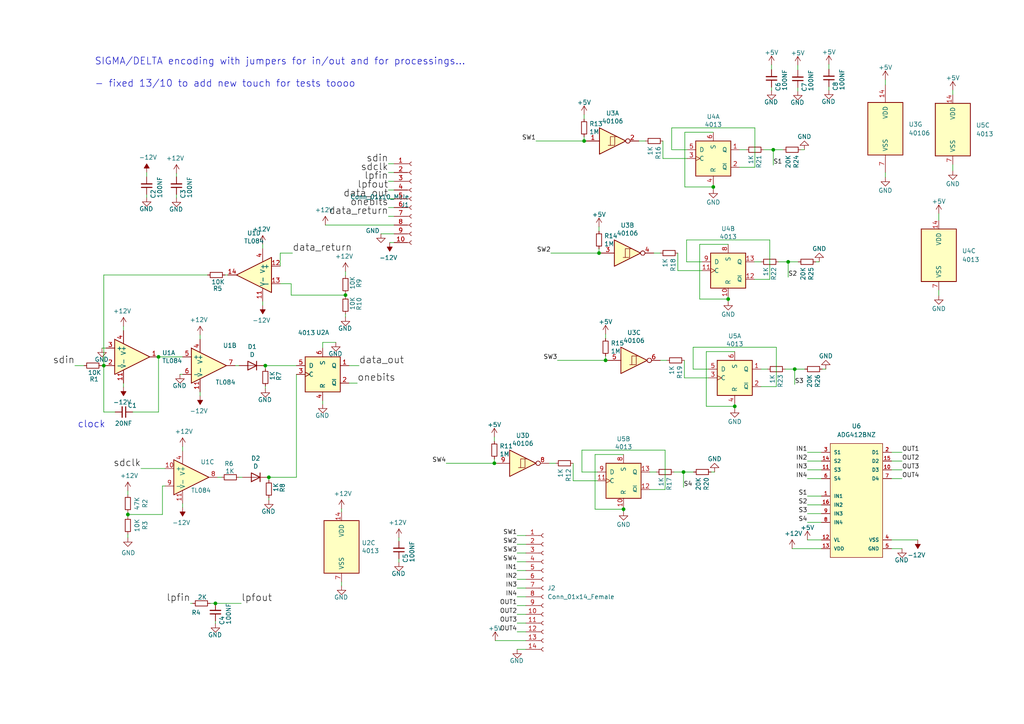
<source format=kicad_sch>
(kicad_sch (version 20211123) (generator eeschema)
  (paper "A4")
  (lib_symbols
    (symbol "4xxx:40106" (pin_names (offset 1.016))
      (property "Reference" "U" (at 0 1.27 0))
      (property "Value" "40106" (at 0 -1.27 0))
      (symbol "40106_1_0"
        (pin input line (at -7.62 0 0) (length 3.81) (name "~") (number "1"))
        (pin output inverted (at 7.62 0 180) (length 3.81) (name "~") (number "2"))
      )
      (symbol "40106_2_0"
        (pin input line (at -7.62 0 0) (length 3.81) (name "~") (number "3"))
        (pin output inverted (at 7.62 0 180) (length 3.81) (name "~") (number "4"))
      )
      (symbol "40106_3_0"
        (pin input line (at -7.62 0 0) (length 3.81) (name "~") (number "5"))
        (pin output inverted (at 7.62 0 180) (length 3.81) (name "~") (number "6"))
      )
      (symbol "40106_4_0"
        (pin output inverted (at 7.62 0 180) (length 3.81) (name "~") (number "8"))
        (pin input line (at -7.62 0 0) (length 3.81) (name "~") (number "9"))
      )
      (symbol "40106_5_0"
        (pin output inverted (at 7.62 0 180) (length 3.81) (name "~") (number "10"))
        (pin input line (at -7.62 0 0) (length 3.81) (name "~") (number "11"))
      )
      (symbol "40106_6_0"
        (pin output inverted (at 7.62 0 180) (length 3.81) (name "~") (number "12"))
        (pin input line (at -7.62 0 0) (length 3.81) (name "~") (number "13"))
      )
      (symbol "40106_7_0"
        (pin power_in line (at 0 12.7 270) (length 5.08) (name "VDD") (number "14"))
        (pin power_in line (at 0 -12.7 90) (length 5.08) (name "VSS") (number "7"))
      )
    )
    (symbol "4xxx:4013" (pin_names (offset 1.016))
      (property "Reference" "U" (at -7.62 8.89 0))
      (property "Value" "4013" (at -7.62 -8.89 0))
      (symbol "4013_1_1"
        (pin output line (at 7.62 2.54 180) (length 2.54) (name "Q") (number "1"))
        (pin output line (at 7.62 -2.54 180) (length 2.54) (name "~{Q}") (number "2"))
        (pin input clock (at -7.62 0 0) (length 2.54) (name "C") (number "3"))
        (pin input line (at 0 -7.62 90) (length 2.54) (name "R") (number "4"))
        (pin input line (at -7.62 2.54 0) (length 2.54) (name "D") (number "5"))
        (pin input line (at 0 7.62 270) (length 2.54) (name "S") (number "6"))
      )
      (symbol "4013_2_1"
        (pin input line (at 0 -7.62 90) (length 2.54) (name "R") (number "10"))
        (pin input clock (at -7.62 0 0) (length 2.54) (name "C") (number "11"))
        (pin output line (at 7.62 -2.54 180) (length 2.54) (name "~{Q}") (number "12"))
        (pin output line (at 7.62 2.54 180) (length 2.54) (name "Q") (number "13"))
        (pin input line (at 0 7.62 270) (length 2.54) (name "S") (number "8"))
        (pin input line (at -7.62 2.54 0) (length 2.54) (name "D") (number "9"))
      )
      (symbol "4013_3_0"
        (pin power_in line (at 0 10.16 270) (length 2.54) (name "VDD") (number "14"))
        (pin power_in line (at 0 -10.16 90) (length 2.54) (name "VSS") (number "7"))
      )
    )
    (symbol "Connector:Conn_01x10_Female" (pin_names (offset 1.016) hide)
      (property "Reference" "J" (at 0 12.7 0))
      (property "Value" "Conn_01x10_Female" (at 0 -15.24 0))
      (symbol "Conn_01x10_Female_1_1"
        (pin passive line (at -5.08 10.16 0) (length 3.81) (name "Pin_1") (number "1"))
        (pin passive line (at -5.08 -12.7 0) (length 3.81) (name "Pin_10") (number "10"))
        (pin passive line (at -5.08 7.62 0) (length 3.81) (name "Pin_2") (number "2"))
        (pin passive line (at -5.08 5.08 0) (length 3.81) (name "Pin_3") (number "3"))
        (pin passive line (at -5.08 2.54 0) (length 3.81) (name "Pin_4") (number "4"))
        (pin passive line (at -5.08 0 0) (length 3.81) (name "Pin_5") (number "5"))
        (pin passive line (at -5.08 -2.54 0) (length 3.81) (name "Pin_6") (number "6"))
        (pin passive line (at -5.08 -5.08 0) (length 3.81) (name "Pin_7") (number "7"))
        (pin passive line (at -5.08 -7.62 0) (length 3.81) (name "Pin_8") (number "8"))
        (pin passive line (at -5.08 -10.16 0) (length 3.81) (name "Pin_9") (number "9"))
      )
    )
    (symbol "Connector:Conn_01x14_Female" (pin_names (offset 1.016) hide)
      (property "Reference" "J" (at 0 17.78 0))
      (property "Value" "Conn_01x14_Female" (at 0 -20.32 0))
      (symbol "Conn_01x14_Female_1_1"
        (pin passive line (at -5.08 15.24 0) (length 3.81) (name "Pin_1") (number "1"))
        (pin passive line (at -5.08 -7.62 0) (length 3.81) (name "Pin_10") (number "10"))
        (pin passive line (at -5.08 -10.16 0) (length 3.81) (name "Pin_11") (number "11"))
        (pin passive line (at -5.08 -12.7 0) (length 3.81) (name "Pin_12") (number "12"))
        (pin passive line (at -5.08 -15.24 0) (length 3.81) (name "Pin_13") (number "13"))
        (pin passive line (at -5.08 -17.78 0) (length 3.81) (name "Pin_14") (number "14"))
        (pin passive line (at -5.08 12.7 0) (length 3.81) (name "Pin_2") (number "2"))
        (pin passive line (at -5.08 10.16 0) (length 3.81) (name "Pin_3") (number "3"))
        (pin passive line (at -5.08 7.62 0) (length 3.81) (name "Pin_4") (number "4"))
        (pin passive line (at -5.08 5.08 0) (length 3.81) (name "Pin_5") (number "5"))
        (pin passive line (at -5.08 2.54 0) (length 3.81) (name "Pin_6") (number "6"))
        (pin passive line (at -5.08 0 0) (length 3.81) (name "Pin_7") (number "7"))
        (pin passive line (at -5.08 -2.54 0) (length 3.81) (name "Pin_8") (number "8"))
        (pin passive line (at -5.08 -5.08 0) (length 3.81) (name "Pin_9") (number "9"))
      )
    )
    (symbol "Device:C_Small" (pin_numbers hide) (pin_names (offset 0.254) hide)
      (property "Reference" "C" (at 0.254 1.778 0))
      (property "Value" "C_Small" (at 0.254 -2.032 0))
      (symbol "C_Small_1_1"
        (pin passive line (at 0 2.54 270) (length 2.032) (name "~") (number "1"))
        (pin passive line (at 0 -2.54 90) (length 2.032) (name "~") (number "2"))
      )
    )
    (symbol "Device:D" (pin_numbers hide) (pin_names (offset 1.016) hide)
      (property "Reference" "D" (at 0 2.54 0))
      (property "Value" "D" (at 0 -2.54 0))
      (symbol "D_1_1"
        (pin passive line (at -3.81 0 0) (length 2.54) (name "K") (number "1"))
        (pin passive line (at 3.81 0 180) (length 2.54) (name "A") (number "2"))
      )
    )
    (symbol "Device:R_Small" (pin_numbers hide) (pin_names (offset 0.254) hide)
      (property "Reference" "R" (at 0.762 0.508 0))
      (property "Value" "R_Small" (at 0.762 -1.016 0))
      (symbol "R_Small_1_1"
        (pin passive line (at 0 2.54 270) (length 0.762) (name "~") (number "1"))
        (pin passive line (at 0 -2.54 90) (length 0.762) (name "~") (number "2"))
      )
    )
    (symbol "eec:ADG412BNZ" (pin_names (offset 1.016))
      (property "Reference" "U" (at 0 5.08 0))
      (property "Value" "ADG412BNZ" (at 0 7.62 0))
      (symbol "ADG412BNZ_1_1"
        (pin input line (at 2.54 -12.7 0) (length 2.54) (name "IN1") (number "1"))
        (pin passive line (at 22.86 -5.08 180) (length 2.54) (name "D3") (number "10"))
        (pin passive line (at 2.54 -5.08 0) (length 2.54) (name "S3") (number "11"))
        (pin power_in line (at 2.54 -25.4 0) (length 2.54) (name "VL") (number "12"))
        (pin power_in line (at 2.54 -27.94 0) (length 2.54) (name "VDD") (number "13"))
        (pin passive line (at 2.54 -2.54 0) (length 2.54) (name "S2") (number "14"))
        (pin passive line (at 22.86 -2.54 180) (length 2.54) (name "D2") (number "15"))
        (pin input line (at 2.54 -15.24 0) (length 2.54) (name "IN2") (number "16"))
        (pin passive line (at 22.86 0 180) (length 2.54) (name "D1") (number "2"))
        (pin passive line (at 2.54 0 0) (length 2.54) (name "S1") (number "3"))
        (pin power_in line (at 22.86 -25.4 180) (length 2.54) (name "VSS") (number "4"))
        (pin power_in line (at 22.86 -27.94 180) (length 2.54) (name "GND") (number "5"))
        (pin passive line (at 2.54 -7.62 0) (length 2.54) (name "S4") (number "6"))
        (pin passive line (at 22.86 -7.62 180) (length 2.54) (name "D4") (number "7"))
        (pin input line (at 2.54 -20.32 0) (length 2.54) (name "IN4") (number "8"))
        (pin input line (at 2.54 -17.78 0) (length 2.54) (name "IN3") (number "9"))
      )
    )
    (symbol "power:+12V" (power) (pin_names (offset 0))
      (property "Value" "+12V" (at 0 3.556 0))
      (symbol "+12V_1_1"
        (pin power_in line (at 0 0 90) (length 0) hide (name "+12V") (number "1"))
      )
    )
    (symbol "power:+5V" (power) (pin_names (offset 0))
      (property "Value" "+5V" (at 0 3.556 0))
      (symbol "+5V_1_1"
        (pin power_in line (at 0 0 90) (length 0) hide (name "+5V") (number "1"))
      )
    )
    (symbol "power:-12V" (power) (pin_names (offset 0))
      (property "Value" "-12V" (at 0 3.81 0))
      (symbol "-12V_0_0"
        (pin power_in line (at 0 0 90) (length 0) hide (name "-12V") (number "1"))
      )
    )
    (symbol "power:GND" (power) (pin_names (offset 0))
      (property "Value" "GND" (at 0 -3.81 0))
      (symbol "GND_1_1"
        (pin power_in line (at 0 0 270) (length 0) hide (name "GND") (number "1"))
      )
    )
    (symbol "toad2-rescue:TL084-4ms-ic"
      (property "Reference" "U" (at 1.27 3.81 0))
      (property "Value" "TL084-4ms-ic" (at 2.54 -2.54 0))
      (symbol "TL084-4ms-ic_0_1"
        (pin power_in line (at -2.54 -7.62 90) (length 3.81) (name "V-") (number "11"))
        (pin power_in line (at -2.54 7.62 270) (length 3.81) (name "V+") (number "4"))
      )
      (symbol "TL084-4ms-ic_1_1"
        (pin output line (at 7.62 0 180) (length 2.54) (name "~") (number "1"))
        (pin input line (at -7.62 -2.54 0) (length 2.54) (name "-") (number "2"))
        (pin input line (at -7.62 2.54 0) (length 2.54) (name "+") (number "3"))
      )
      (symbol "TL084-4ms-ic_2_1"
        (pin input line (at -7.62 2.54 0) (length 2.54) (name "+") (number "5"))
        (pin input line (at -7.62 -2.54 0) (length 2.54) (name "-") (number "6"))
        (pin output line (at 7.62 0 180) (length 2.54) (name "~") (number "7"))
      )
      (symbol "TL084-4ms-ic_3_1"
        (pin input line (at -7.62 2.54 0) (length 2.54) (name "+") (number "10"))
        (pin output line (at 7.62 0 180) (length 2.54) (name "~") (number "8"))
        (pin input line (at -7.62 -2.54 0) (length 2.54) (name "-") (number "9"))
      )
      (symbol "TL084-4ms-ic_4_1"
        (pin input line (at -7.62 2.54 0) (length 2.54) (name "+") (number "12"))
        (pin input line (at -7.62 -2.54 0) (length 2.54) (name "-") (number "13"))
        (pin output line (at 7.62 0 180) (length 2.54) (name "~") (number "14"))
      )
    )
    (symbol "touch-rescue:GND-power-allcolours_analogue-rescue" (power) (pin_names (offset 0))
      (property "Value" "GND-power-allcolours_analogue-rescue" (at 0 -3.81 0))
      (symbol "GND-power-allcolours_analogue-rescue_1_1"
        (pin power_in line (at 0 0 270) (length 0) hide (name "GND") (number "1"))
      )
    )
  )
  (junction (at 175.641 104.521))
  (junction (at 206.883 54.229))
  (junction (at 224.282 43.434))
  (junction (at 76.962 106.045))
  (junction (at 45.974 103.505))
  (junction (at 62.484 175.006))
  (junction (at 77.978 138.43))
  (junction (at 198.247 136.906))
  (junction (at 180.848 147.701))
  (junction (at 173.736 73.406))
  (junction (at 228.6 75.946))
  (junction (at 230.505 107.061))
  (junction (at 143.383 134.366))
  (junction (at 211.201 86.741))
  (junction (at 100.203 85.598))
  (junction (at 37.084 149.225))
  (junction (at 169.418 40.894))
  (junction (at 30.099 106.045))
  (junction (at 213.106 117.856))
  (wire (pts (xy 37.084 148.59) (xy 37.084 149.225)))
  (wire (pts (xy 35.814 111.125) (xy 35.814 112.268)))
  (wire (pts (xy 149.987 160.401) (xy 152.527 160.401)))
  (wire (pts (xy 114.3 62.738) (xy 112.649 62.738)))
  (wire (pts (xy 180.848 147.701) (xy 180.848 148.336)))
  (wire (pts (xy 234.188 146.431) (xy 238.252 146.431)))
  (wire (pts (xy 194.818 37.084) (xy 194.818 43.434)))
  (wire (pts (xy 169.418 39.624) (xy 169.418 40.894)))
  (wire (pts (xy 224.282 43.434) (xy 227.203 43.434)))
  (wire (pts (xy 223.266 81.026) (xy 223.266 69.596)))
  (wire (pts (xy 221.488 43.434) (xy 224.282 43.434)))
  (wire (pts (xy 52.197 108.585) (xy 52.959 108.585)))
  (wire (pts (xy 201.041 100.711) (xy 225.171 100.711)))
  (wire (pts (xy 60.198 79.756) (xy 30.099 79.756)))
  (wire (pts (xy 113.03 70.358) (xy 114.3 70.358)))
  (wire (pts (xy 201.041 107.061) (xy 205.486 107.061)))
  (wire (pts (xy 81.28 82.296) (xy 84.455 82.296)))
  (wire (pts (xy 77.978 144.399) (xy 77.978 145.034)))
  (wire (pts (xy 29.591 100.965) (xy 30.734 100.965)))
  (wire (pts (xy 256.794 23.114) (xy 256.794 24.638)))
  (wire (pts (xy 149.987 188.341) (xy 152.527 188.341)))
  (wire (pts (xy 42.545 50.038) (xy 42.545 51.308)))
  (wire (pts (xy 161.671 104.521) (xy 175.641 104.521)))
  (wire (pts (xy 40.894 135.89) (xy 47.879 135.89)))
  (wire (pts (xy 213.106 117.856) (xy 213.106 118.491)))
  (wire (pts (xy 114.3 50.038) (xy 112.649 50.038)))
  (wire (pts (xy 76.962 112.014) (xy 76.962 112.649)))
  (wire (pts (xy 211.201 86.741) (xy 211.201 87.376)))
  (wire (pts (xy 100.203 85.09) (xy 100.203 85.598)))
  (wire (pts (xy 238.506 107.061) (xy 239.522 107.061)))
  (wire (pts (xy 101.219 106.045) (xy 104.14 106.045)))
  (wire (pts (xy 149.987 157.861) (xy 152.527 157.861)))
  (wire (pts (xy 76.2 87.376) (xy 76.2 88.519)))
  (wire (pts (xy 234.188 156.591) (xy 238.252 156.591)))
  (wire (pts (xy 198.628 38.354) (xy 206.883 38.354)))
  (wire (pts (xy 35.814 94.615) (xy 35.814 95.885)))
  (wire (pts (xy 115.697 155.956) (xy 115.697 156.972)))
  (wire (pts (xy 30.099 119.507) (xy 33.401 119.507)))
  (wire (pts (xy 30.099 106.045) (xy 30.734 106.045)))
  (wire (pts (xy 100.203 78.74) (xy 100.203 80.01)))
  (wire (pts (xy 45.974 103.505) (xy 52.959 103.505)))
  (wire (pts (xy 175.641 96.901) (xy 175.641 98.171)))
  (wire (pts (xy 114.3 60.198) (xy 112.649 60.198)))
  (wire (pts (xy 30.099 106.045) (xy 30.099 119.507)))
  (wire (pts (xy 76.962 106.045) (xy 76.962 106.934)))
  (wire (pts (xy 187.198 40.894) (xy 185.293 40.894)))
  (wire (pts (xy 218.821 81.026) (xy 223.266 81.026)))
  (wire (pts (xy 169.418 33.274) (xy 169.418 34.544)))
  (wire (pts (xy 58.039 113.665) (xy 58.039 114.808)))
  (wire (pts (xy 143.637 185.801) (xy 152.527 185.801)))
  (wire (pts (xy 84.455 82.296) (xy 84.455 85.598)))
  (wire (pts (xy 37.084 149.225) (xy 47.117 149.225)))
  (wire (pts (xy 206.883 54.229) (xy 206.883 54.864)))
  (wire (pts (xy 258.572 133.731) (xy 261.62 133.731)))
  (wire (pts (xy 143.383 133.096) (xy 143.383 134.366)))
  (wire (pts (xy 143.383 134.366) (xy 144.018 134.366)))
  (wire (pts (xy 161.163 134.366) (xy 159.258 134.366)))
  (wire (pts (xy 166.243 134.366) (xy 166.243 139.446)))
  (wire (pts (xy 202.946 70.866) (xy 211.201 70.866)))
  (wire (pts (xy 149.987 175.641) (xy 152.527 175.641)))
  (wire (pts (xy 276.352 26.162) (xy 276.352 27.432)))
  (wire (pts (xy 240.411 25.146) (xy 240.411 26.162)))
  (wire (pts (xy 172.593 131.826) (xy 180.848 131.826)))
  (wire (pts (xy 192.913 141.986) (xy 192.913 130.556)))
  (wire (pts (xy 234.188 143.891) (xy 238.252 143.891)))
  (wire (pts (xy 206.248 136.906) (xy 207.264 136.906)))
  (wire (pts (xy 214.503 43.434) (xy 216.408 43.434)))
  (wire (pts (xy 38.481 119.507) (xy 45.974 119.507)))
  (wire (pts (xy 85.979 108.585) (xy 85.979 138.43)))
  (wire (pts (xy 272.288 61.976) (xy 272.288 63.881)))
  (wire (pts (xy 218.821 75.946) (xy 220.726 75.946)))
  (wire (pts (xy 76.2 70.866) (xy 76.2 72.136)))
  (wire (pts (xy 99.06 147.574) (xy 99.06 148.463)))
  (wire (pts (xy 159.766 73.406) (xy 173.736 73.406)))
  (wire (pts (xy 45.974 119.507) (xy 45.974 103.505)))
  (wire (pts (xy 188.468 141.986) (xy 192.913 141.986)))
  (wire (pts (xy 110.49 67.818) (xy 114.3 67.818)))
  (wire (pts (xy 230.505 107.061) (xy 230.505 111.506)))
  (wire (pts (xy 206.883 53.594) (xy 206.883 54.229)))
  (wire (pts (xy 99.06 168.783) (xy 99.06 169.926)))
  (wire (pts (xy 199.136 69.596) (xy 199.136 75.946)))
  (wire (pts (xy 114.3 47.498) (xy 112.649 47.498)))
  (wire (pts (xy 196.596 78.486) (xy 203.581 78.486)))
  (wire (pts (xy 155.448 40.894) (xy 169.418 40.894)))
  (wire (pts (xy 213.106 117.221) (xy 213.106 117.856)))
  (wire (pts (xy 172.593 131.826) (xy 172.593 147.701)))
  (wire (pts (xy 198.247 136.906) (xy 201.168 136.906)))
  (wire (pts (xy 234.188 131.191) (xy 238.252 131.191)))
  (wire (pts (xy 114.3 52.578) (xy 112.649 52.578)))
  (wire (pts (xy 172.593 147.701) (xy 180.848 147.701)))
  (wire (pts (xy 258.572 138.811) (xy 261.62 138.811)))
  (wire (pts (xy 223.774 25.273) (xy 223.774 26.289)))
  (wire (pts (xy 52.959 146.05) (xy 52.959 147.193)))
  (wire (pts (xy 62.484 180.086) (xy 62.484 180.848)))
  (wire (pts (xy 114.3 57.658) (xy 112.649 57.658)))
  (wire (pts (xy 198.628 54.229) (xy 206.883 54.229)))
  (wire (pts (xy 234.188 136.271) (xy 238.252 136.271)))
  (wire (pts (xy 223.774 18.796) (xy 223.774 20.193)))
  (wire (pts (xy 193.421 104.521) (xy 191.516 104.521)))
  (wire (pts (xy 100.203 85.598) (xy 100.203 85.979)))
  (wire (pts (xy 234.188 148.971) (xy 238.252 148.971)))
  (wire (pts (xy 63.119 138.43) (xy 64.262 138.43)))
  (wire (pts (xy 47.117 149.225) (xy 47.117 140.97)))
  (wire (pts (xy 229.743 159.131) (xy 238.252 159.131)))
  (wire (pts (xy 258.572 156.591) (xy 266.192 156.591)))
  (wire (pts (xy 168.783 130.556) (xy 192.913 130.556)))
  (wire (pts (xy 202.946 70.866) (xy 202.946 86.741)))
  (wire (pts (xy 51.181 56.388) (xy 51.181 57.404)))
  (wire (pts (xy 258.572 131.191) (xy 261.62 131.191)))
  (wire (pts (xy 149.987 180.721) (xy 152.527 180.721)))
  (wire (pts (xy 93.599 116.205) (xy 93.599 117.221)))
  (wire (pts (xy 169.418 40.894) (xy 170.053 40.894)))
  (wire (pts (xy 234.188 133.731) (xy 238.252 133.731)))
  (wire (pts (xy 256.794 50.038) (xy 256.794 51.435)))
  (wire (pts (xy 228.6 75.946) (xy 231.521 75.946)))
  (wire (pts (xy 258.572 136.271) (xy 261.62 136.271)))
  (wire (pts (xy 175.641 104.521) (xy 176.276 104.521)))
  (wire (pts (xy 85.979 138.43) (xy 77.978 138.43)))
  (wire (pts (xy 129.413 134.366) (xy 143.383 134.366)))
  (wire (pts (xy 180.848 147.066) (xy 180.848 147.701)))
  (wire (pts (xy 225.806 75.946) (xy 228.6 75.946)))
  (wire (pts (xy 276.352 47.752) (xy 276.352 49.53)))
  (wire (pts (xy 230.505 107.061) (xy 233.426 107.061)))
  (wire (pts (xy 188.468 136.906) (xy 190.373 136.906)))
  (wire (pts (xy 218.948 48.514) (xy 218.948 37.084)))
  (wire (pts (xy 173.736 73.406) (xy 174.371 73.406)))
  (wire (pts (xy 149.987 168.021) (xy 152.527 168.021)))
  (wire (pts (xy 168.783 136.906) (xy 173.228 136.906)))
  (wire (pts (xy 234.188 138.811) (xy 238.252 138.811)))
  (wire (pts (xy 58.039 97.155) (xy 58.039 98.425)))
  (wire (pts (xy 258.572 159.131) (xy 261.62 159.131)))
  (wire (pts (xy 100.203 91.059) (xy 100.203 91.948)))
  (wire (pts (xy 65.278 79.756) (xy 66.04 79.756)))
  (wire (pts (xy 30.099 79.756) (xy 30.099 106.045)))
  (wire (pts (xy 220.726 107.061) (xy 222.631 107.061)))
  (wire (pts (xy 192.278 40.894) (xy 192.278 45.974)))
  (wire (pts (xy 42.545 56.388) (xy 42.545 57.277)))
  (wire (pts (xy 77.978 138.43) (xy 77.978 139.319)))
  (wire (pts (xy 101.219 111.125) (xy 103.632 111.125)))
  (wire (pts (xy 224.282 43.434) (xy 224.282 47.879)))
  (wire (pts (xy 231.394 18.923) (xy 231.394 20.32)))
  (wire (pts (xy 29.464 106.045) (xy 30.099 106.045)))
  (wire (pts (xy 93.599 99.314) (xy 97.409 99.314)))
  (wire (pts (xy 149.987 165.481) (xy 152.527 165.481)))
  (wire (pts (xy 202.946 86.741) (xy 211.201 86.741)))
  (wire (pts (xy 93.599 100.965) (xy 93.599 99.314)))
  (wire (pts (xy 68.199 106.045) (xy 69.342 106.045)))
  (wire (pts (xy 168.783 130.556) (xy 168.783 136.906)))
  (wire (pts (xy 143.383 126.746) (xy 143.383 128.016)))
  (wire (pts (xy 227.711 107.061) (xy 230.505 107.061)))
  (wire (pts (xy 198.501 109.601) (xy 205.486 109.601)))
  (wire (pts (xy 272.288 84.201) (xy 272.288 85.725)))
  (wire (pts (xy 149.987 173.101) (xy 152.527 173.101)))
  (wire (pts (xy 236.601 75.946) (xy 237.617 75.946)))
  (wire (pts (xy 228.6 75.946) (xy 228.6 80.391)))
  (wire (pts (xy 24.384 106.045) (xy 21.717 106.045)))
  (wire (pts (xy 199.136 75.946) (xy 203.581 75.946)))
  (wire (pts (xy 69.342 138.43) (xy 70.358 138.43)))
  (wire (pts (xy 201.041 100.711) (xy 201.041 107.061)))
  (wire (pts (xy 115.697 162.052) (xy 115.697 163.068)))
  (wire (pts (xy 232.283 43.434) (xy 233.299 43.434)))
  (wire (pts (xy 149.987 183.261) (xy 152.527 183.261)))
  (wire (pts (xy 198.628 38.354) (xy 198.628 54.229)))
  (wire (pts (xy 37.084 142.367) (xy 37.084 143.51)))
  (wire (pts (xy 225.171 112.141) (xy 225.171 100.711)))
  (wire (pts (xy 55.245 175.006) (xy 55.88 175.006)))
  (wire (pts (xy 37.084 154.94) (xy 37.084 155.956)))
  (wire (pts (xy 51.181 50.292) (xy 51.181 51.308)))
  (wire (pts (xy 195.453 136.906) (xy 198.247 136.906)))
  (wire (pts (xy 211.201 86.106) (xy 211.201 86.741)))
  (wire (pts (xy 192.278 45.974) (xy 199.263 45.974)))
  (wire (pts (xy 149.987 155.321) (xy 152.527 155.321)))
  (wire (pts (xy 52.959 129.54) (xy 52.959 130.81)))
  (wire (pts (xy 204.851 101.981) (xy 204.851 117.856)))
  (wire (pts (xy 204.851 117.856) (xy 213.106 117.856)))
  (wire (pts (xy 194.818 37.084) (xy 218.948 37.084)))
  (wire (pts (xy 173.736 65.786) (xy 173.736 67.056)))
  (wire (pts (xy 149.987 162.941) (xy 152.527 162.941)))
  (wire (pts (xy 149.987 178.181) (xy 152.527 178.181)))
  (wire (pts (xy 81.28 73.406) (xy 84.836 73.406)))
  (wire (pts (xy 196.596 73.406) (xy 196.596 78.486)))
  (wire (pts (xy 231.394 25.4) (xy 231.394 26.416)))
  (wire (pts (xy 214.503 48.514) (xy 218.948 48.514)))
  (wire (pts (xy 94.361 65.278) (xy 114.3 65.278)))
  (wire (pts (xy 60.96 175.006) (xy 62.484 175.006)))
  (wire (pts (xy 240.411 18.669) (xy 240.411 20.066)))
  (wire (pts (xy 204.851 101.981) (xy 213.106 101.981)))
  (wire (pts (xy 220.726 112.141) (xy 225.171 112.141)))
  (wire (pts (xy 47.117 140.97) (xy 47.879 140.97)))
  (wire (pts (xy 191.516 73.406) (xy 189.611 73.406)))
  (wire (pts (xy 198.247 136.906) (xy 198.247 141.351)))
  (wire (pts (xy 84.455 85.598) (xy 100.203 85.598)))
  (wire (pts (xy 37.084 149.225) (xy 37.084 149.86)))
  (wire (pts (xy 199.136 69.596) (xy 223.266 69.596)))
  (wire (pts (xy 173.736 72.136) (xy 173.736 73.406)))
  (wire (pts (xy 234.188 151.511) (xy 238.252 151.511)))
  (wire (pts (xy 149.987 170.561) (xy 152.527 170.561)))
  (wire (pts (xy 114.3 55.118) (xy 112.649 55.118)))
  (wire (pts (xy 166.243 139.446) (xy 173.228 139.446)))
  (wire (pts (xy 194.818 43.434) (xy 199.263 43.434)))
  (wire (pts (xy 198.501 104.521) (xy 198.501 109.601)))
  (wire (pts (xy 175.641 103.251) (xy 175.641 104.521)))
  (wire (pts (xy 81.28 77.216) (xy 81.28 73.406)))
  (wire (pts (xy 76.962 106.045) (xy 85.979 106.045)))
  (wire (pts (xy 62.484 175.006) (xy 69.977 175.006)))
  (text "clock\n" (at 22.479 124.333 0) (effects (font (size 2.0066 2.0066)) (justify left bottom)))
  (text "SIGMA/DELTA encoding with jumpers for in/out and for processings...\n\n- fixed 13/10 to add new touch for tests toooo" (at 27.432 25.527 0) (effects (font (size 2.0066 2.0066)) (justify left bottom)))
  (label "SW2" (at 149.987 157.861 180))
  (label "OUT4" (at 261.62 138.811 0))
  (label "onebits" (at 103.632 111.125 0) (effects (font (size 2.0066 2.0066))))
  (label "SW2" (at 159.766 73.406 180))
  (label "lpfin" (at 112.649 52.578 180) (effects (font (size 2.0066 2.0066))))
  (label "IN2" (at 234.188 133.731 180))
  (label "SW4" (at 149.987 162.941 180))
  (label "SW3" (at 161.671 104.521 180))
  (label "SW1" (at 155.448 40.894 180))
  (label "OUT4" (at 149.987 183.261 180))
  (label "S3" (at 234.188 148.971 180))
  (label "lpfin" (at 55.245 175.006 180) (effects (font (size 2.0066 2.0066))))
  (label "sdclk" (at 112.649 50.038 180) (effects (font (size 2.0066 2.0066))))
  (label "OUT3" (at 149.987 180.721 180))
  (label "S4" (at 198.247 141.351 0))
  (label "data_out" (at 112.649 57.658 180) (effects (font (size 2.0066 2.0066))))
  (label "IN3" (at 149.987 170.561 180))
  (label "sdin" (at 112.649 47.498 180) (effects (font (size 2.0066 2.0066))))
  (label "data_return" (at 84.836 73.406 0) (effects (font (size 2.0066 2.0066))))
  (label "S4" (at 234.188 151.511 180))
  (label "S1" (at 234.188 143.891 180))
  (label "IN1" (at 149.987 165.481 180))
  (label "OUT1" (at 149.987 175.641 180))
  (label "S2" (at 228.6 80.391 0))
  (label "lpfout" (at 69.977 175.006 0) (effects (font (size 2.0066 2.0066))))
  (label "OUT1" (at 261.62 131.191 0))
  (label "sdclk" (at 40.894 135.89 180) (effects (font (size 2.0066 2.0066))))
  (label "data_return" (at 112.649 62.738 180) (effects (font (size 2.0066 2.0066))))
  (label "OUT3" (at 261.62 136.271 0))
  (label "S3" (at 230.505 111.506 0))
  (label "sdin" (at 21.717 106.045 180) (effects (font (size 2.0066 2.0066))))
  (label "S2" (at 234.188 146.431 180))
  (label "lpfout" (at 112.649 55.118 180) (effects (font (size 2.0066 2.0066))))
  (label "SW4" (at 129.413 134.366 180))
  (label "SW3" (at 149.987 160.401 180))
  (label "onebits" (at 112.649 60.198 180) (effects (font (size 2.0066 2.0066))))
  (label "SW1" (at 149.987 155.321 180))
  (label "IN1" (at 234.188 131.191 180))
  (label "IN4" (at 149.987 173.101 180))
  (label "data_out" (at 104.14 106.045 0) (effects (font (size 2.0066 2.0066))))
  (label "OUT2" (at 261.62 133.731 0))
  (label "IN2" (at 149.987 168.021 180))
  (label "IN4" (at 234.188 138.811 180))
  (label "IN3" (at 234.188 136.271 180))
  (label "OUT2" (at 149.987 178.181 180))
  (label "S1" (at 224.282 47.879 0))
  (symbol (lib_id "power:GND") (at 261.62 159.131 0) (unit 1)
    (property "Reference" "#PWR049" (effects hide))
    (property "Value" "GND" (at 261.493 162.433 0))
  )
  (symbol (lib_id "Device:R_Small") (at 175.641 100.711 0) (unit 1)
    (property "Reference" "R15" (at 177.1396 99.5426 0) (effects (justify left)))
    (property "Value" "1M" (at 177.1396 101.854 0) (effects (justify left)))
    (property "Footprint" "Resistor_SMD:R_0805_2012Metric" (effects hide))
  )
  (symbol (lib_id "Device:R_Small") (at 143.383 130.556 0) (unit 1)
    (property "Reference" "R11" (at 144.8816 129.3876 0) (effects (justify left)))
    (property "Value" "1M" (at 144.8816 131.699 0) (effects (justify left)))
    (property "Footprint" "Resistor_SMD:R_0805_2012Metric" (effects hide))
  )
  (symbol (lib_id "power:+5V") (at 143.637 185.801 0) (unit 1)
    (property "Reference" "#PWR032" (effects hide))
    (property "Value" "+5V" (at 143.637 182.245 0))
  )
  (symbol (lib_id "Device:R_Small") (at 203.708 136.906 270) (unit 1)
    (property "Reference" "R20" (at 204.8764 138.4046 0) (effects (justify left)))
    (property "Value" "20K" (at 202.565 138.4046 0) (effects (justify left)))
    (property "Footprint" "Resistor_SMD:R_0805_2012Metric" (effects hide))
  )
  (symbol (lib_id "4xxx:40106") (at 181.991 73.406 0) (unit 2)
    (property "Reference" "U3" (at 181.991 65.3542 0))
    (property "Value" "40106" (at 181.991 67.6656 0))
    (property "Footprint" "Package_SO:SOIC-14_3.9x8.7mm_P1.27mm" (effects hide))
    (property "Datasheet" "http://www.nxp.com/documents/data_sheet/HEF40106B.pdf" (effects hide))
  )
  (symbol (lib_id "4xxx:4013") (at 99.06 158.623 0) (unit 3)
    (property "Reference" "U2" (at 104.902 157.4546 0) (effects (justify left)))
    (property "Value" "4013" (at 104.902 159.766 0) (effects (justify left)))
    (property "Footprint" "Package_SO:SOIC-14_3.9x8.7mm_P1.27mm" (effects hide))
    (property "Datasheet" "http://www.onsemi.com/pub/Collateral/MC14013B-D.PDF" (effects hide))
  )
  (symbol (lib_id "Device:R_Small") (at 62.738 79.756 90) (unit 1)
    (property "Reference" "R5" (at 63.119 83.693 90))
    (property "Value" "10K" (at 63.246 81.788 90))
    (property "Footprint" "Resistor_SMD:R_0805_2012Metric" (effects hide))
  )
  (symbol (lib_id "Device:C_Small") (at 51.181 53.848 180) (unit 1)
    (property "Reference" "C3" (at 53.086 56.261 90))
    (property "Value" "100NF" (at 54.991 54.356 90))
    (property "Footprint" "Capacitor_SMD:C_0805_2012Metric" (effects hide))
  )
  (symbol (lib_id "power:GND") (at 231.394 26.416 0) (unit 1)
    (property "Reference" "#PWR058" (effects hide))
    (property "Value" "GND" (at 231.267 29.718 0))
  )
  (symbol (lib_id "4xxx:4013") (at 276.352 37.592 0) (unit 3)
    (property "Reference" "U5" (at 283.083 36.3219 0) (effects (justify left)))
    (property "Value" "4013" (at 283.083 38.8619 0) (effects (justify left)))
    (property "Footprint" "Package_SO:SOIC-14_3.9x8.7mm_P1.27mm" (effects hide))
    (property "Datasheet" "http://www.onsemi.com/pub/Collateral/MC14013B-D.PDF" (effects hide))
  )
  (symbol (lib_id "power:+12V") (at 52.959 129.54 0) (unit 1)
    (property "Reference" "#PWR011" (effects hide))
    (property "Value" "+12V" (at 53.34 125.1458 0))
  )
  (symbol (lib_id "Device:R_Small") (at 218.948 43.434 270) (unit 1)
    (property "Reference" "R21" (at 220.1164 44.9326 0) (effects (justify left)))
    (property "Value" "1K" (at 217.805 44.9326 0) (effects (justify left)))
    (property "Footprint" "Resistor_SMD:R_0805_2012Metric" (effects hide))
  )
  (symbol (lib_id "touch-rescue:GND-power-allcolours_analogue-rescue") (at 276.352 49.53 0) (unit 1)
    (property "Reference" "#PWR054" (effects hide))
    (property "Value" "GND" (at 276.352 53.34 0))
  )
  (symbol (lib_id "power:GND") (at 149.987 188.341 0) (unit 1)
    (property "Reference" "#PWR033" (effects hide))
    (property "Value" "GND" (at 149.86 191.643 0))
  )
  (symbol (lib_id "4xxx:4013") (at 213.106 109.601 0) (unit 1)
    (property "Reference" "U5" (at 213.106 97.4598 0))
    (property "Value" "4013" (at 213.106 99.7712 0))
    (property "Footprint" "Package_SO:SOIC-14_3.9x8.7mm_P1.27mm" (effects hide))
    (property "Datasheet" "http://www.onsemi.com/pub/Collateral/MC14013B-D.PDF" (effects hide))
  )
  (symbol (lib_id "power:+12V") (at 100.203 78.74 0) (mirror y) (unit 1)
    (property "Reference" "#PWR025" (effects hide))
    (property "Value" "+12V" (at 99.822 74.3458 0))
  )
  (symbol (lib_id "toad2-rescue:TL084-4ms-ic") (at 55.499 138.43 0) (unit 3)
    (property "Reference" "U1" (at 58.166 133.985 0) (effects (justify left)))
    (property "Value" "TL084" (at 55.372 142.24 0) (effects (justify left)))
    (property "Footprint" "Package_SO:SOIC-14_3.9x8.7mm_P1.27mm" (effects hide))
  )
  (symbol (lib_id "Device:R_Small") (at 195.961 104.521 270) (unit 1)
    (property "Reference" "R19" (at 197.1294 106.0196 0) (effects (justify left)))
    (property "Value" "1K" (at 194.818 106.0196 0) (effects (justify left)))
    (property "Footprint" "Resistor_SMD:R_0805_2012Metric" (effects hide))
  )
  (symbol (lib_id "power:+5V") (at 173.736 65.786 0) (unit 1)
    (property "Reference" "#PWR035" (effects hide))
    (property "Value" "+5V" (at 173.736 62.23 0))
  )
  (symbol (lib_id "4xxx:40106") (at 151.638 134.366 0) (unit 4)
    (property "Reference" "U3" (at 151.638 126.3142 0))
    (property "Value" "40106" (at 151.638 128.6256 0))
    (property "Footprint" "Package_SO:SOIC-14_3.9x8.7mm_P1.27mm" (effects hide))
    (property "Datasheet" "http://www.nxp.com/documents/data_sheet/HEF40106B.pdf" (effects hide))
  )
  (symbol (lib_id "Device:C_Small") (at 231.394 22.86 180) (unit 1)
    (property "Reference" "C7" (at 233.299 25.273 90))
    (property "Value" "100NF" (at 235.204 23.368 90))
    (property "Footprint" "Capacitor_SMD:C_0805_2012Metric" (effects hide))
  )
  (symbol (lib_id "touch-rescue:GND-power-allcolours_analogue-rescue") (at 272.288 85.725 0) (unit 1)
    (property "Reference" "#PWR052" (effects hide))
    (property "Value" "GND" (at 272.288 89.535 0))
  )
  (symbol (lib_id "Connector:Conn_01x10_Female") (at 119.38 57.658 0) (unit 1)
    (property "Reference" "J1" (at 118.6942 59.436 0) (effects (justify right)))
    (property "Value" "Conn_01x10_Male" (at 118.6942 57.1246 0) (effects (justify right)))
    (property "Footprint" "Connector_PinHeader_2.54mm:PinHeader_1x10_P2.54mm_Vertical" (effects hide))
  )
  (symbol (lib_id "Device:C_Small") (at 35.941 119.507 270) (unit 1)
    (property "Reference" "C1" (at 38.354 117.602 90))
    (property "Value" "20NF" (at 35.814 122.809 90))
    (property "Footprint" "Capacitor_SMD:C_0805_2012Metric" (effects hide))
  )
  (symbol (lib_id "power:GND") (at 51.181 57.404 0) (unit 1)
    (property "Reference" "#PWR09" (effects hide))
    (property "Value" "GND" (at 51.054 60.706 0))
  )
  (symbol (lib_id "Device:R_Small") (at 169.418 37.084 0) (unit 1)
    (property "Reference" "R13" (at 170.9166 35.9156 0) (effects (justify left)))
    (property "Value" "1M" (at 170.9166 38.227 0) (effects (justify left)))
    (property "Footprint" "Resistor_SMD:R_0805_2012Metric" (effects hide))
  )
  (symbol (lib_id "power:+5V") (at 240.411 18.669 0) (unit 1)
    (property "Reference" "#PWR059" (effects hide))
    (property "Value" "+5V" (at 240.411 15.113 0))
  )
  (symbol (lib_id "power:+5V") (at 231.394 18.923 0) (unit 1)
    (property "Reference" "#PWR057" (effects hide))
    (property "Value" "+5V" (at 231.394 15.367 0))
  )
  (symbol (lib_id "4xxx:4013") (at 93.599 108.585 0) (unit 1)
    (property "Reference" "U2" (at 93.599 96.4438 0))
    (property "Value" "4013" (at 88.9 96.52 0))
    (property "Footprint" "Package_SO:SOIC-14_3.9x8.7mm_P1.27mm" (effects hide))
    (property "Datasheet" "http://www.onsemi.com/pub/Collateral/MC14013B-D.PDF" (effects hide))
  )
  (symbol (lib_id "Device:R_Small") (at 37.084 152.4 180) (unit 1)
    (property "Reference" "R3" (at 42.0624 152.4 90))
    (property "Value" "10K" (at 39.751 152.4 90))
    (property "Footprint" "Resistor_SMD:R_0805_2012Metric" (effects hide))
  )
  (symbol (lib_id "4xxx:4013") (at 180.848 139.446 0) (unit 2)
    (property "Reference" "U5" (at 180.848 127.3048 0))
    (property "Value" "4013" (at 180.848 129.6162 0))
    (property "Footprint" "Package_SO:SOIC-14_3.9x8.7mm_P1.27mm" (effects hide))
    (property "Datasheet" "http://www.onsemi.com/pub/Collateral/MC14013B-D.PDF" (effects hide))
  )
  (symbol (lib_id "toad2-rescue:TL084-4ms-ic") (at 60.579 106.045 0) (unit 2)
    (property "Reference" "U1" (at 64.643 100.203 0) (effects (justify left)))
    (property "Value" "TL084" (at 62.484 110.871 0) (effects (justify left)))
    (property "Footprint" "Package_SO:SOIC-14_3.9x8.7mm_P1.27mm" (effects hide))
  )
  (symbol (lib_id "eec:ADG412BNZ") (at 235.712 131.191 0) (unit 1)
    (property "Reference" "U6" (at 248.412 123.571 0))
    (property "Value" "ADG412BNZ" (at 248.412 126.111 0))
    (property "Footprint" "Package_SO:SOIC-16_3.9x9.9mm_P1.27mm" (effects hide))
    (property "Datasheet" "http://www.analog.com/static/imported-files/data_sheets/ADG411_412_413.pdf" (effects hide))
    (property "Code  JEDEC" "MS-001" (effects hide))
    (property "Component Link 1 Description" "Manufacturer URL" (effects hide))
    (property "Component Link 1 URL" "http://www.analog.com/en/index.html" (effects hide))
    (property "Component Link 3 Description" "Package Specification" (effects hide))
    (property "Component Link 3 URL" "http://www.analog.com/static/imported-files/packages/44768431550332N_16.pdf" (effects hide))
    (property "Configuration" "SPST" (effects hide))
    (property "Datasheet Version" "Rev. D" (effects hide))
    (property "Max Neg Supply" "-16.5V" (effects hide))
    (property "Max Pos Supply" "+16.5V" (effects hide))
    (property "Mounting Technology" "Through Hole" (effects hide))
    (property "Package Description" "16-Pin Plastic Dual In-Line Package, Row spacing 7.62 mm, Pitch 2.54 mm" (effects hide))
    (property "Package Version" "070706-A, 07/2006" (effects hide))
    (property "Packing" "Tube" (effects hide))
    (property "Ron ohms" "25, 40" (effects hide))
    (property "Sw Functions" "4" (effects hide))
    (property "category" "IC" (effects hide))
    (property "ciiva ids" "981419" (effects hide))
    (property "library id" "ebc36f5b426c068f" (effects hide))
    (property "manufacturer" "Analog Devices" (effects hide))
    (property "package" "N-16" (effects hide))
    (property "release date" "1391088444" (effects hide))
    (property "vault revision" "13124825-32E4-4E40-8C2F-DCD97D360CD0" (effects hide))
    (property "imported" "yes" (effects hide))
    (property "t ON" "110ns, 175ns" (effects hide))
  )
  (symbol (lib_id "Device:R_Small") (at 194.056 73.406 270) (unit 1)
    (property "Reference" "R18" (at 195.2244 74.9046 0) (effects (justify left)))
    (property "Value" "1K" (at 192.913 74.9046 0) (effects (justify left)))
    (property "Footprint" "Resistor_SMD:R_0805_2012Metric" (effects hide))
  )
  (symbol (lib_id "Device:R_Small") (at 76.962 109.474 180) (unit 1)
    (property "Reference" "R7" (at 80.899 109.093 90))
    (property "Value" "1K" (at 78.994 108.966 90))
    (property "Footprint" "Resistor_SMD:R_0805_2012Metric" (effects hide))
  )
  (symbol (lib_id "power:GND") (at 97.409 99.314 0) (unit 1)
    (property "Reference" "#PWR022" (effects hide))
    (property "Value" "GND" (at 97.282 102.616 0))
  )
  (symbol (lib_id "Device:C_Small") (at 223.774 22.733 180) (unit 1)
    (property "Reference" "C6" (at 225.679 25.146 90))
    (property "Value" "100NF" (at 227.584 23.241 90))
    (property "Footprint" "Capacitor_SMD:C_0805_2012Metric" (effects hide))
  )
  (symbol (lib_id "power:+12V") (at 35.814 94.615 0) (mirror y) (unit 1)
    (property "Reference" "#PWR02" (effects hide))
    (property "Value" "+12V" (at 35.433 90.2208 0))
  )
  (symbol (lib_id "Device:C_Small") (at 42.545 53.848 180) (unit 1)
    (property "Reference" "C2" (at 44.45 56.261 90))
    (property "Value" "100NF" (at 46.355 54.356 90))
    (property "Footprint" "Capacitor_SMD:C_0805_2012Metric" (effects hide))
  )
  (symbol (lib_id "Device:R_Small") (at 100.203 88.519 180) (unit 1)
    (property "Reference" "R10" (at 104.14 88.138 90))
    (property "Value" "10K" (at 102.235 88.011 90))
    (property "Footprint" "Resistor_SMD:R_0805_2012Metric" (effects hide))
  )
  (symbol (lib_id "Device:R_Small") (at 37.084 146.05 180) (unit 1)
    (property "Reference" "R2" (at 42.0624 146.05 90))
    (property "Value" "47K" (at 39.751 146.05 90))
    (property "Footprint" "Resistor_SMD:R_0805_2012Metric" (effects hide))
  )
  (symbol (lib_id "power:+12V") (at 37.084 142.367 0) (unit 1)
    (property "Reference" "#PWR04" (effects hide))
    (property "Value" "+12V" (at 37.465 137.9728 0))
  )
  (symbol (lib_id "power:+12V") (at 99.06 147.574 0) (unit 1)
    (property "Reference" "#PWR023" (effects hide))
    (property "Value" "+12V" (at 99.441 143.1798 0))
  )
  (symbol (lib_id "Device:D") (at 74.168 138.43 180) (unit 1)
    (property "Reference" "D2" (at 74.168 132.9436 0))
    (property "Value" "D" (at 74.168 135.255 0))
    (property "Footprint" "Diode_SMD:D_SOD-123" (effects hide))
  )
  (symbol (lib_id "Device:R_Small") (at 234.061 75.946 270) (unit 1)
    (property "Reference" "R25" (at 235.2294 77.4446 0) (effects (justify left)))
    (property "Value" "20K" (at 232.918 77.4446 0) (effects (justify left)))
    (property "Footprint" "Resistor_SMD:R_0805_2012Metric" (effects hide))
  )
  (symbol (lib_id "Device:R_Small") (at 235.966 107.061 270) (unit 1)
    (property "Reference" "R26" (at 237.1344 108.5596 0) (effects (justify left)))
    (property "Value" "20K" (at 234.823 108.5596 0) (effects (justify left)))
    (property "Footprint" "Resistor_SMD:R_0805_2012Metric" (effects hide))
  )
  (symbol (lib_id "power:-12V") (at 76.2 88.519 180) (unit 1)
    (property "Reference" "#PWR017" (effects hide))
    (property "Value" "-12V" (at 75.819 92.9132 0))
  )
  (symbol (lib_id "power:-12V") (at 113.03 70.358 180) (unit 1)
    (property "Reference" "#PWR028" (effects hide))
    (property "Value" "-12V" (at 112.649 74.7522 0))
  )
  (symbol (lib_id "touch-rescue:GND-power-allcolours_analogue-rescue") (at 180.848 148.336 0) (unit 1)
    (property "Reference" "#PWR037" (effects hide))
    (property "Value" "GND" (at 180.848 152.146 0))
  )
  (symbol (lib_id "Device:R_Small") (at 58.42 175.006 90) (unit 1)
    (property "Reference" "R4" (at 56.896 177.673 90))
    (property "Value" "2K" (at 58.674 173.228 90))
    (property "Footprint" "Resistor_SMD:R_0805_2012Metric" (effects hide))
  )
  (symbol (lib_id "power:+5V") (at 223.774 18.796 0) (unit 1)
    (property "Reference" "#PWR055" (effects hide))
    (property "Value" "+5V" (at 223.774 15.24 0))
  )
  (symbol (lib_id "power:GND") (at 77.978 145.034 0) (unit 1)
    (property "Reference" "#PWR019" (effects hide))
    (property "Value" "GND" (at 77.851 148.336 0))
  )
  (symbol (lib_id "Device:R_Small") (at 26.924 106.045 90) (unit 1)
    (property "Reference" "R1" (at 27.305 109.982 90))
    (property "Value" "10K" (at 27.432 108.077 90))
    (property "Footprint" "Resistor_SMD:R_0805_2012Metric" (effects hide))
  )
  (symbol (lib_id "power:GND") (at 100.203 91.948 0) (unit 1)
    (property "Reference" "#PWR026" (effects hide))
    (property "Value" "GND" (at 100.076 95.25 0))
  )
  (symbol (lib_id "power:GND") (at 207.264 136.906 180) (unit 1)
    (property "Reference" "#PWR039" (effects hide))
    (property "Value" "GND" (at 207.264 133.096 0))
  )
  (symbol (lib_id "power:-12V") (at 58.039 114.808 180) (unit 1)
    (property "Reference" "#PWR014" (effects hide))
    (property "Value" "-12V" (at 57.658 119.2022 0))
  )
  (symbol (lib_id "power:+12V") (at 58.039 97.155 0) (mirror y) (unit 1)
    (property "Reference" "#PWR013" (effects hide))
    (property "Value" "+12V" (at 57.658 92.7608 0))
  )
  (symbol (lib_id "power:+12V") (at 76.2 70.866 0) (mirror y) (unit 1)
    (property "Reference" "#PWR016" (effects hide))
    (property "Value" "+12V" (at 75.819 66.4718 0))
  )
  (symbol (lib_id "power:GND") (at 233.299 43.434 180) (unit 1)
    (property "Reference" "#PWR043" (effects hide))
    (property "Value" "GND" (at 233.299 39.624 0))
  )
  (symbol (lib_id "touch-rescue:GND-power-allcolours_analogue-rescue") (at 256.794 51.435 0) (unit 1)
    (property "Reference" "#PWR048" (effects hide))
    (property "Value" "GND" (at 256.794 55.245 0))
  )
  (symbol (lib_id "touch-rescue:GND-power-allcolours_analogue-rescue") (at 206.883 54.864 0) (unit 1)
    (property "Reference" "#PWR038" (effects hide))
    (property "Value" "GND" (at 206.883 58.674 0))
  )
  (symbol (lib_id "power:-12V") (at 52.959 147.193 180) (unit 1)
    (property "Reference" "#PWR012" (effects hide))
    (property "Value" "-12V" (at 52.578 151.5872 0))
  )
  (symbol (lib_id "power:GND") (at 223.774 26.289 0) (unit 1)
    (property "Reference" "#PWR056" (effects hide))
    (property "Value" "GND" (at 223.647 29.591 0))
  )
  (symbol (lib_id "4xxx:4013") (at 206.883 45.974 0) (unit 1)
    (property "Reference" "U4" (at 206.883 33.8328 0))
    (property "Value" "4013" (at 206.883 36.1442 0))
    (property "Footprint" "Package_SO:SOIC-14_3.9x8.7mm_P1.27mm" (effects hide))
    (property "Datasheet" "http://www.onsemi.com/pub/Collateral/MC14013B-D.PDF" (effects hide))
  )
  (symbol (lib_id "4xxx:40106") (at 183.896 104.521 0) (unit 3)
    (property "Reference" "U3" (at 183.896 96.4692 0))
    (property "Value" "40106" (at 183.896 98.7806 0))
    (property "Footprint" "Package_SO:SOIC-14_3.9x8.7mm_P1.27mm" (effects hide))
    (property "Datasheet" "http://www.nxp.com/documents/data_sheet/HEF40106B.pdf" (effects hide))
  )
  (symbol (lib_id "power:+5V") (at 276.352 26.162 0) (unit 1)
    (property "Reference" "#PWR053" (effects hide))
    (property "Value" "+5V" (at 276.352 22.606 0))
  )
  (symbol (lib_id "toad2-rescue:TL084-4ms-ic") (at 38.354 103.505 0) (unit 1)
    (property "Reference" "U1" (at 47.0154 102.3366 0) (effects (justify left)))
    (property "Value" "TL084" (at 47.0154 104.648 0) (effects (justify left)))
    (property "Footprint" "Package_SO:SOIC-14_3.9x8.7mm_P1.27mm" (effects hide))
  )
  (symbol (lib_id "Device:C_Small") (at 240.411 22.606 180) (unit 1)
    (property "Reference" "C8" (at 242.316 25.019 90))
    (property "Value" "100NF" (at 244.221 23.114 90))
    (property "Footprint" "Capacitor_SMD:C_0805_2012Metric" (effects hide))
  )
  (symbol (lib_id "Device:D") (at 73.152 106.045 180) (unit 1)
    (property "Reference" "D1" (at 73.152 100.5586 0))
    (property "Value" "D" (at 73.152 102.87 0))
    (property "Footprint" "Diode_SMD:D_SOD-123" (effects hide))
  )
  (symbol (lib_id "power:+5V") (at 175.641 96.901 0) (unit 1)
    (property "Reference" "#PWR036" (effects hide))
    (property "Value" "+5V" (at 175.641 93.345 0))
  )
  (symbol (lib_id "power:GND") (at 110.49 67.818 0) (unit 1)
    (property "Reference" "#PWR027" (effects hide))
    (property "Value" "GND" (at 108.077 66.929 0))
  )
  (symbol (lib_id "power:+12V") (at 115.697 155.956 0) (mirror y) (unit 1)
    (property "Reference" "#PWR029" (effects hide))
    (property "Value" "+12V" (at 115.316 151.5618 0))
  )
  (symbol (lib_id "power:GND") (at 62.484 180.848 0) (unit 1)
    (property "Reference" "#PWR015" (effects hide))
    (property "Value" "GND" (at 62.357 184.15 0))
  )
  (symbol (lib_id "4xxx:40106") (at 256.794 37.338 0) (unit 7)
    (property "Reference" "U3" (at 263.525 36.0679 0) (effects (justify left)))
    (property "Value" "40106" (at 263.525 38.6079 0) (effects (justify left)))
    (property "Footprint" "Package_SO:SOIC-14_3.9x8.7mm_P1.27mm" (effects hide))
    (property "Datasheet" "https://assets.nexperia.com/documents/data-sheet/HEF40106B.pdf" (effects hide))
  )
  (symbol (lib_id "power:-12V") (at 35.814 112.268 180) (unit 1)
    (property "Reference" "#PWR03" (effects hide))
    (property "Value" "-12V" (at 35.433 116.6622 0))
  )
  (symbol (lib_id "4xxx:40106") (at 177.673 40.894 0) (unit 1)
    (property "Reference" "U3" (at 177.673 32.8422 0))
    (property "Value" "40106" (at 177.673 35.1536 0))
    (property "Footprint" "Package_SO:SOIC-14_3.9x8.7mm_P1.27mm" (effects hide))
    (property "Datasheet" "http://www.nxp.com/documents/data_sheet/HEF40106B.pdf" (effects hide))
  )
  (symbol (lib_id "power:GND") (at 42.545 57.277 0) (unit 1)
    (property "Reference" "#PWR07" (effects hide))
    (property "Value" "GND" (at 42.418 60.579 0))
  )
  (symbol (lib_id "power:GND") (at 37.084 155.956 0) (unit 1)
    (property "Reference" "#PWR05" (effects hide))
    (property "Value" "GND" (at 37.211 160.3502 0))
  )
  (symbol (lib_id "Device:R_Small") (at 225.171 107.061 270) (unit 1)
    (property "Reference" "R23" (at 226.3394 108.5596 0) (effects (justify left)))
    (property "Value" "1K" (at 224.028 108.5596 0) (effects (justify left)))
    (property "Footprint" "Resistor_SMD:R_0805_2012Metric" (effects hide))
  )
  (symbol (lib_id "power:GND") (at 239.522 107.061 180) (unit 1)
    (property "Reference" "#PWR046" (effects hide))
    (property "Value" "GND" (at 239.522 103.251 0))
  )
  (symbol (lib_id "power:-12V") (at 266.192 156.591 180) (unit 1)
    (property "Reference" "#PWR050" (effects hide))
    (property "Value" "-12V" (at 265.811 160.9852 0))
  )
  (symbol (lib_id "4xxx:4013") (at 272.288 74.041 0) (unit 3)
    (property "Reference" "U4" (at 279.019 72.7709 0) (effects (justify left)))
    (property "Value" "4013" (at 279.019 75.3109 0) (effects (justify left)))
    (property "Footprint" "Package_SO:SOIC-14_3.9x8.7mm_P1.27mm" (effects hide))
    (property "Datasheet" "http://www.onsemi.com/pub/Collateral/MC14013B-D.PDF" (effects hide))
  )
  (symbol (lib_id "touch-rescue:GND-power-allcolours_analogue-rescue") (at 213.106 118.491 0) (unit 1)
    (property "Reference" "#PWR041" (effects hide))
    (property "Value" "GND" (at 213.106 122.301 0))
  )
  (symbol (lib_id "Device:C_Small") (at 62.484 177.546 180) (unit 1)
    (property "Reference" "C4" (at 64.389 179.959 90))
    (property "Value" "100NF" (at 66.294 178.054 90))
    (property "Footprint" "Capacitor_SMD:C_0805_2012Metric" (effects hide))
  )
  (symbol (lib_id "Device:R_Small") (at 229.743 43.434 270) (unit 1)
    (property "Reference" "R24" (at 230.9114 44.9326 0) (effects (justify left)))
    (property "Value" "20K" (at 228.6 44.9326 0) (effects (justify left)))
    (property "Footprint" "Resistor_SMD:R_0805_2012Metric" (effects hide))
  )
  (symbol (lib_id "power:GND") (at 99.06 169.926 0) (unit 1)
    (property "Reference" "#PWR024" (effects hide))
    (property "Value" "GND" (at 98.933 173.228 0))
  )
  (symbol (lib_id "power:+5V") (at 169.418 33.274 0) (unit 1)
    (property "Reference" "#PWR034" (effects hide))
    (property "Value" "+5V" (at 169.418 29.718 0))
  )
  (symbol (lib_id "Device:R_Small") (at 66.802 138.43 270) (unit 1)
    (property "Reference" "R6" (at 66.421 134.493 90))
    (property "Value" "1K" (at 66.675 136.652 90))
    (property "Footprint" "Resistor_SMD:R_0805_2012Metric" (effects hide))
  )
  (symbol (lib_id "Device:R_Small") (at 100.203 82.55 180) (unit 1)
    (property "Reference" "R9" (at 104.14 82.169 90))
    (property "Value" "10K" (at 102.235 82.042 90))
    (property "Footprint" "Resistor_SMD:R_0805_2012Metric" (effects hide))
  )
  (symbol (lib_id "power:GND") (at 237.617 75.946 180) (unit 1)
    (property "Reference" "#PWR045" (effects hide))
    (property "Value" "GND" (at 237.617 72.136 0))
  )
  (symbol (lib_id "power:GND") (at 93.599 117.221 0) (unit 1)
    (property "Reference" "#PWR020" (effects hide))
    (property "Value" "GND" (at 93.472 120.523 0))
  )
  (symbol (lib_id "power:+5V") (at 234.188 156.591 0) (unit 1)
    (property "Reference" "#PWR044" (effects hide))
    (property "Value" "+5V" (at 234.188 153.035 0))
  )
  (symbol (lib_id "Device:R_Small") (at 163.703 134.366 270) (unit 1)
    (property "Reference" "R12" (at 164.8714 135.8646 0) (effects (justify left)))
    (property "Value" "1K" (at 162.56 135.8646 0) (effects (justify left)))
    (property "Footprint" "Resistor_SMD:R_0805_2012Metric" (effects hide))
  )
  (symbol (lib_id "power:+12V") (at 229.743 159.131 0) (unit 1)
    (property "Reference" "#PWR042" (effects hide))
    (property "Value" "+12V" (at 230.124 154.7368 0))
  )
  (symbol (lib_id "power:+12V") (at 94.361 65.278 0) (mirror y) (unit 1)
    (property "Reference" "#PWR021" (effects hide))
    (property "Value" "+12V" (at 93.98 60.8838 0))
  )
  (symbol (lib_id "4xxx:4013") (at 211.201 78.486 0) (unit 2)
    (property "Reference" "U4" (at 211.201 66.3448 0))
    (property "Value" "4013" (at 211.201 68.6562 0))
    (property "Footprint" "Package_SO:SOIC-14_3.9x8.7mm_P1.27mm" (effects hide))
    (property "Datasheet" "http://www.onsemi.com/pub/Collateral/MC14013B-D.PDF" (effects hide))
  )
  (symbol (lib_id "power:GND") (at 76.962 112.649 0) (unit 1)
    (property "Reference" "#PWR018" (effects hide))
    (property "Value" "GND" (at 76.835 115.951 0))
  )
  (symbol (lib_id "toad2-rescue:TL084-4ms-ic") (at 73.66 79.756 0) (mirror y) (unit 4)
    (property "Reference" "U1" (at 73.66 67.6148 0))
    (property "Value" "TL084" (at 73.66 69.9262 0))
    (property "Footprint" "Package_SO:SOIC-14_3.9x8.7mm_P1.27mm" (effects hide))
  )
  (symbol (lib_id "power:+5V") (at 256.794 23.114 0) (unit 1)
    (property "Reference" "#PWR047" (effects hide))
    (property "Value" "+5V" (at 256.794 19.558 0))
  )
  (symbol (lib_id "Device:R_Small") (at 192.913 136.906 270) (unit 1)
    (property "Reference" "R17" (at 194.0814 138.4046 0) (effects (justify left)))
    (property "Value" "1K" (at 191.77 138.4046 0) (effects (justify left)))
    (property "Footprint" "Resistor_SMD:R_0805_2012Metric" (effects hide))
  )
  (symbol (lib_id "Device:R_Small") (at 173.736 69.596 0) (unit 1)
    (property "Reference" "R14" (at 175.2346 68.4276 0) (effects (justify left)))
    (property "Value" "1M" (at 175.2346 70.739 0) (effects (justify left)))
    (property "Footprint" "Resistor_SMD:R_0805_2012Metric" (effects hide))
  )
  (symbol (lib_id "power:GND") (at 115.697 163.068 0) (unit 1)
    (property "Reference" "#PWR030" (effects hide))
    (property "Value" "GND" (at 115.57 166.37 0))
  )
  (symbol (lib_id "power:-12V") (at 42.545 50.038 0) (unit 1)
    (property "Reference" "#PWR06" (effects hide))
    (property "Value" "-12V" (at 42.926 45.6438 0))
  )
  (symbol (lib_id "Device:R_Small") (at 77.978 141.859 180) (unit 1)
    (property "Reference" "R8" (at 81.915 141.478 90))
    (property "Value" "1K" (at 80.01 141.351 90))
    (property "Footprint" "Resistor_SMD:R_0805_2012Metric" (effects hide))
  )
  (symbol (lib_id "touch-rescue:GND-power-allcolours_analogue-rescue") (at 211.201 87.376 0) (unit 1)
    (property "Reference" "#PWR040" (effects hide))
    (property "Value" "GND" (at 211.201 91.186 0))
  )
  (symbol (lib_id "power:GND") (at 29.591 100.965 0) (unit 1)
    (property "Reference" "#PWR01" (effects hide))
    (property "Value" "GND" (at 29.464 104.267 0))
  )
  (symbol (lib_id "power:GND") (at 240.411 26.162 0) (unit 1)
    (property "Reference" "#PWR060" (effects hide))
    (property "Value" "GND" (at 240.284 29.464 0))
  )
  (symbol (lib_id "Connector:Conn_01x14_Female") (at 157.607 170.561 0) (unit 1)
    (property "Reference" "J2" (at 158.75 170.5609 0) (effects (justify left)))
    (property "Value" "Conn_01x14_Female" (at 158.75 173.1009 0) (effects (justify left)))
    (property "Footprint" "Connector_PinHeader_2.54mm:PinHeader_1x14_P2.54mm_Vertical" (effects hide))
  )
  (symbol (lib_id "power:+5V") (at 272.288 61.976 0) (unit 1)
    (property "Reference" "#PWR051" (effects hide))
    (property "Value" "+5V" (at 272.288 58.42 0))
  )
  (symbol (lib_id "power:+12V") (at 51.181 50.292 0) (mirror y) (unit 1)
    (property "Reference" "#PWR08" (effects hide))
    (property "Value" "+12V" (at 50.8 45.8978 0))
  )
  (symbol (lib_id "power:+5V") (at 143.383 126.746 0) (unit 1)
    (property "Reference" "#PWR031" (effects hide))
    (property "Value" "+5V" (at 143.383 123.19 0))
  )
  (symbol (lib_id "Device:R_Small") (at 189.738 40.894 270) (unit 1)
    (property "Reference" "R16" (at 190.9064 42.3926 0) (effects (justify left)))
    (property "Value" "1K" (at 188.595 42.3926 0) (effects (justify left)))
    (property "Footprint" "Resistor_SMD:R_0805_2012Metric" (effects hide))
  )
  (symbol (lib_id "power:GND") (at 52.197 108.585 0) (unit 1)
    (property "Reference" "#PWR010" (effects hide))
    (property "Value" "GND" (at 52.07 111.887 0))
  )
  (symbol (lib_id "Device:C_Small") (at 115.697 159.512 180) (unit 1)
    (property "Reference" "C5" (at 117.602 161.925 90))
    (property "Value" "100NF" (at 119.507 160.02 90))
    (property "Footprint" "Capacitor_SMD:C_0805_2012Metric" (effects hide))
  )
  (symbol (lib_id "Device:R_Small") (at 223.266 75.946 270) (unit 1)
    (property "Reference" "R22" (at 224.4344 77.4446 0) (effects (justify left)))
    (property "Value" "1K" (at 222.123 77.4446 0) (effects (justify left)))
    (property "Footprint" "Resistor_SMD:R_0805_2012Metric" (effects hide))
  )
)
</source>
